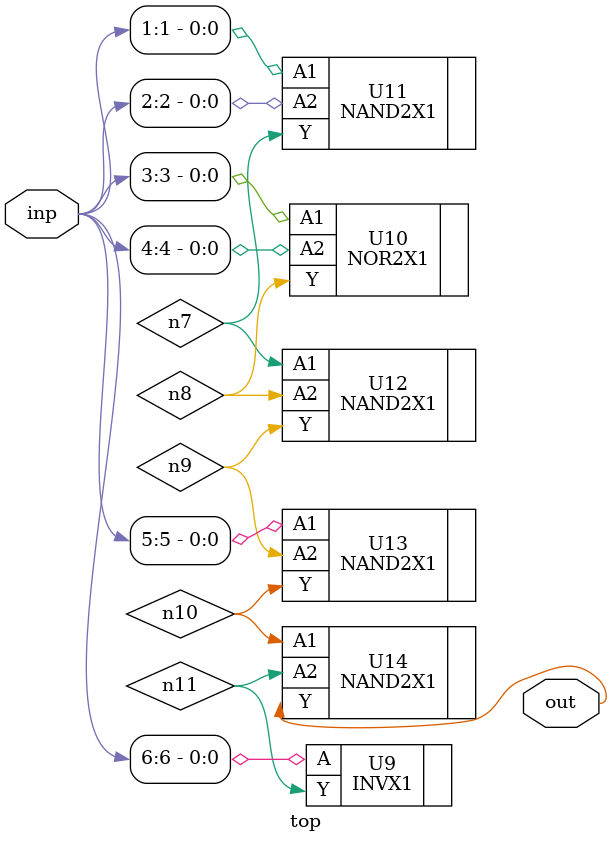
<source format=sv>


module top ( inp, out );
  input [6:0] inp;
  output out;
  wire   n7, n8, n9, n10, n11;

  INVX1 U9 ( .A(inp[6]), .Y(n11) );
  NOR2X1 U10 ( .A1(inp[3]), .A2(inp[4]), .Y(n8) );
  NAND2X1 U11 ( .A1(inp[1]), .A2(inp[2]), .Y(n7) );
  NAND2X1 U12 ( .A1(n7), .A2(n8), .Y(n9) );
  NAND2X1 U13 ( .A1(inp[5]), .A2(n9), .Y(n10) );
  NAND2X1 U14 ( .A1(n10), .A2(n11), .Y(out) );
endmodule


</source>
